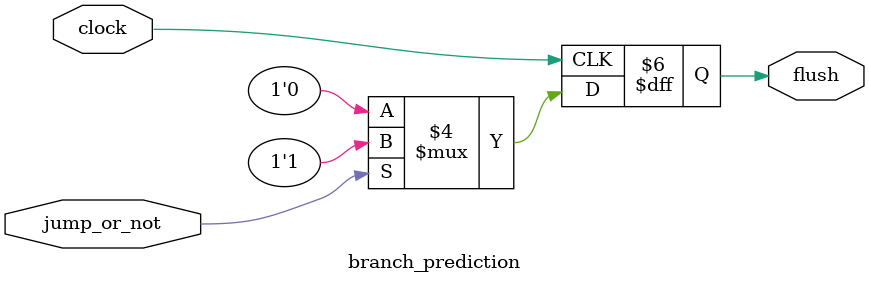
<source format=v>
module branch_prediction(
	input clock,
	input jump_or_not,
	output reg flush);
	
	always @(posedge clock) begin
		if (jump_or_not == 1'b1) begin
			flush <= 1'b1;
		end else begin
			flush <= 1'b0;
		end
	end
	
endmodule

</source>
